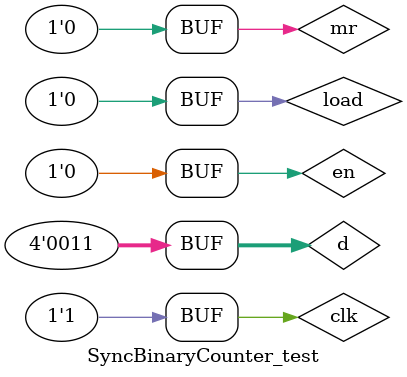
<source format=v>
`timescale 1ns / 1ps


module SyncBinaryCounter_test;

	// Inputs
	reg mr;
	reg load;
	reg en;
	reg clk;
	reg [3:0] d;

	// Outputs
	wire [3:0] q;
	wire co;

	// Instantiate the Unit Under Test (UUT)
	SyncBinaryCounter_11 uut (
		.mr(mr), 
		.load(load), 
		.en(en), 
		.clk(clk), 
		.d(d), 
		.q(q), 
		.co(co)
	);

	initial begin
		// Initialize Inputs
		mr = 0;
		load = 0;
		en = 0;
		clk = 0;
		d = 2'b0011;

		// Wait 100 ns for global reset to finish
		//forever begin
			//#5 d=~d;
			//#7 en=~en;
			//#11 clk=~clk;
			//#13 load=~load;
			//#17 mr=~mr;
		//end
		#100 mr=0;
		#200 mr=0;load=1;clk=1;
		#300 mr=0;load=0;en=1;clk=0;
		#400 clk=1;
		#450 clk=0;
		#400 mr=0;load=0;en=0;clk=1;
        
		// Add stimulus here

	end
      
endmodule


</source>
